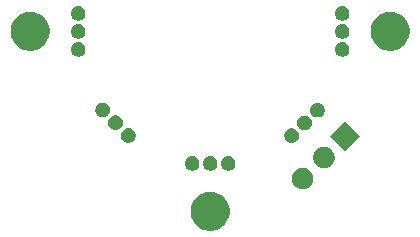
<source format=gbr>
G04 #@! TF.GenerationSoftware,KiCad,Pcbnew,(5.1.5)-3*
G04 #@! TF.CreationDate,2020-07-05T11:52:35-05:00*
G04 #@! TF.ProjectId,HallSensor,48616c6c-5365-46e7-936f-722e6b696361,rev?*
G04 #@! TF.SameCoordinates,Original*
G04 #@! TF.FileFunction,Soldermask,Bot*
G04 #@! TF.FilePolarity,Negative*
%FSLAX46Y46*%
G04 Gerber Fmt 4.6, Leading zero omitted, Abs format (unit mm)*
G04 Created by KiCad (PCBNEW (5.1.5)-3) date 2020-07-05 11:52:35*
%MOMM*%
%LPD*%
G04 APERTURE LIST*
%ADD10C,0.100000*%
G04 APERTURE END LIST*
D10*
G36*
X122295256Y-101261298D02*
G01*
X122401579Y-101282447D01*
X122702042Y-101406903D01*
X122972451Y-101587585D01*
X123202415Y-101817549D01*
X123383097Y-102087958D01*
X123507553Y-102388421D01*
X123571000Y-102707391D01*
X123571000Y-103032609D01*
X123507553Y-103351579D01*
X123383097Y-103652042D01*
X123202415Y-103922451D01*
X122972451Y-104152415D01*
X122702042Y-104333097D01*
X122401579Y-104457553D01*
X122295256Y-104478702D01*
X122082611Y-104521000D01*
X121757389Y-104521000D01*
X121544744Y-104478702D01*
X121438421Y-104457553D01*
X121137958Y-104333097D01*
X120867549Y-104152415D01*
X120637585Y-103922451D01*
X120456903Y-103652042D01*
X120332447Y-103351579D01*
X120269000Y-103032609D01*
X120269000Y-102707391D01*
X120332447Y-102388421D01*
X120456903Y-102087958D01*
X120637585Y-101817549D01*
X120867549Y-101587585D01*
X121137958Y-101406903D01*
X121438421Y-101282447D01*
X121544744Y-101261298D01*
X121757389Y-101219000D01*
X122082611Y-101219000D01*
X122295256Y-101261298D01*
G37*
G36*
X129871410Y-99216029D02*
G01*
X130020710Y-99245726D01*
X130184682Y-99313646D01*
X130332252Y-99412249D01*
X130457751Y-99537748D01*
X130556354Y-99685318D01*
X130624274Y-99849290D01*
X130658898Y-100023361D01*
X130658898Y-100200843D01*
X130624274Y-100374914D01*
X130556354Y-100538886D01*
X130457751Y-100686456D01*
X130332252Y-100811955D01*
X130184682Y-100910558D01*
X130020710Y-100978478D01*
X129871410Y-101008175D01*
X129846640Y-101013102D01*
X129669156Y-101013102D01*
X129644386Y-101008175D01*
X129495086Y-100978478D01*
X129331114Y-100910558D01*
X129183544Y-100811955D01*
X129058045Y-100686456D01*
X128959442Y-100538886D01*
X128891522Y-100374914D01*
X128856898Y-100200843D01*
X128856898Y-100023361D01*
X128891522Y-99849290D01*
X128959442Y-99685318D01*
X129058045Y-99537748D01*
X129183544Y-99412249D01*
X129331114Y-99313646D01*
X129495086Y-99245726D01*
X129644386Y-99216029D01*
X129669156Y-99211102D01*
X129846640Y-99211102D01*
X129871410Y-99216029D01*
G37*
G36*
X123565444Y-98195461D02*
G01*
X123625577Y-98207422D01*
X123663339Y-98223064D01*
X123738866Y-98254348D01*
X123840818Y-98322470D01*
X123927530Y-98409182D01*
X123995652Y-98511134D01*
X124042578Y-98624424D01*
X124066500Y-98744688D01*
X124066500Y-98867312D01*
X124042578Y-98987576D01*
X123995652Y-99100866D01*
X123927530Y-99202818D01*
X123840818Y-99289530D01*
X123738866Y-99357652D01*
X123663339Y-99388936D01*
X123625577Y-99404578D01*
X123565444Y-99416539D01*
X123505312Y-99428500D01*
X123382688Y-99428500D01*
X123322556Y-99416539D01*
X123262423Y-99404578D01*
X123224661Y-99388936D01*
X123149134Y-99357652D01*
X123047182Y-99289530D01*
X122960470Y-99202818D01*
X122892348Y-99100866D01*
X122845422Y-98987576D01*
X122821500Y-98867312D01*
X122821500Y-98744688D01*
X122845422Y-98624424D01*
X122892348Y-98511134D01*
X122960470Y-98409182D01*
X123047182Y-98322470D01*
X123149134Y-98254348D01*
X123224661Y-98223064D01*
X123262423Y-98207422D01*
X123322556Y-98195461D01*
X123382688Y-98183500D01*
X123505312Y-98183500D01*
X123565444Y-98195461D01*
G37*
G36*
X120517444Y-98195461D02*
G01*
X120577577Y-98207422D01*
X120615339Y-98223064D01*
X120690866Y-98254348D01*
X120792818Y-98322470D01*
X120879530Y-98409182D01*
X120947652Y-98511134D01*
X120994578Y-98624424D01*
X121018500Y-98744688D01*
X121018500Y-98867312D01*
X120994578Y-98987576D01*
X120947652Y-99100866D01*
X120879530Y-99202818D01*
X120792818Y-99289530D01*
X120690866Y-99357652D01*
X120615339Y-99388936D01*
X120577577Y-99404578D01*
X120517444Y-99416539D01*
X120457312Y-99428500D01*
X120334688Y-99428500D01*
X120274556Y-99416539D01*
X120214423Y-99404578D01*
X120176661Y-99388936D01*
X120101134Y-99357652D01*
X119999182Y-99289530D01*
X119912470Y-99202818D01*
X119844348Y-99100866D01*
X119797422Y-98987576D01*
X119773500Y-98867312D01*
X119773500Y-98744688D01*
X119797422Y-98624424D01*
X119844348Y-98511134D01*
X119912470Y-98409182D01*
X119999182Y-98322470D01*
X120101134Y-98254348D01*
X120176661Y-98223064D01*
X120214423Y-98207422D01*
X120274556Y-98195461D01*
X120334688Y-98183500D01*
X120457312Y-98183500D01*
X120517444Y-98195461D01*
G37*
G36*
X122041444Y-98195461D02*
G01*
X122101577Y-98207422D01*
X122139339Y-98223064D01*
X122214866Y-98254348D01*
X122316818Y-98322470D01*
X122403530Y-98409182D01*
X122471652Y-98511134D01*
X122518578Y-98624424D01*
X122542500Y-98744688D01*
X122542500Y-98867312D01*
X122518578Y-98987576D01*
X122471652Y-99100866D01*
X122403530Y-99202818D01*
X122316818Y-99289530D01*
X122214866Y-99357652D01*
X122139339Y-99388936D01*
X122101577Y-99404578D01*
X122041444Y-99416539D01*
X121981312Y-99428500D01*
X121858688Y-99428500D01*
X121798556Y-99416539D01*
X121738423Y-99404578D01*
X121700661Y-99388936D01*
X121625134Y-99357652D01*
X121523182Y-99289530D01*
X121436470Y-99202818D01*
X121368348Y-99100866D01*
X121321422Y-98987576D01*
X121297500Y-98867312D01*
X121297500Y-98744688D01*
X121321422Y-98624424D01*
X121368348Y-98511134D01*
X121436470Y-98409182D01*
X121523182Y-98322470D01*
X121625134Y-98254348D01*
X121700661Y-98223064D01*
X121738423Y-98207422D01*
X121798556Y-98195461D01*
X121858688Y-98183500D01*
X121981312Y-98183500D01*
X122041444Y-98195461D01*
G37*
G36*
X131667461Y-97419978D02*
G01*
X131816761Y-97449675D01*
X131980733Y-97517595D01*
X132128303Y-97616198D01*
X132253802Y-97741697D01*
X132352405Y-97889267D01*
X132420325Y-98053239D01*
X132446235Y-98183500D01*
X132454949Y-98227309D01*
X132454949Y-98404793D01*
X132454076Y-98409182D01*
X132420325Y-98578863D01*
X132352405Y-98742835D01*
X132253802Y-98890405D01*
X132128303Y-99015904D01*
X131980733Y-99114507D01*
X131816761Y-99182427D01*
X131672598Y-99211102D01*
X131642691Y-99217051D01*
X131465207Y-99217051D01*
X131435300Y-99211102D01*
X131291137Y-99182427D01*
X131127165Y-99114507D01*
X130979595Y-99015904D01*
X130854096Y-98890405D01*
X130755493Y-98742835D01*
X130687573Y-98578863D01*
X130653822Y-98409182D01*
X130652949Y-98404793D01*
X130652949Y-98227309D01*
X130661663Y-98183500D01*
X130687573Y-98053239D01*
X130755493Y-97889267D01*
X130854096Y-97741697D01*
X130979595Y-97616198D01*
X131127165Y-97517595D01*
X131291137Y-97449675D01*
X131440437Y-97419978D01*
X131465207Y-97415051D01*
X131642691Y-97415051D01*
X131667461Y-97419978D01*
G37*
G36*
X134624206Y-96520000D02*
G01*
X133350000Y-97794206D01*
X132075794Y-96520000D01*
X133350000Y-95245794D01*
X134624206Y-96520000D01*
G37*
G36*
X128947664Y-95851501D02*
G01*
X129015921Y-95865078D01*
X129053683Y-95880720D01*
X129129210Y-95912004D01*
X129231162Y-95980126D01*
X129317874Y-96066838D01*
X129385996Y-96168790D01*
X129432922Y-96282080D01*
X129453254Y-96384294D01*
X129456844Y-96402345D01*
X129456844Y-96524967D01*
X129436513Y-96627182D01*
X129432922Y-96645232D01*
X129385996Y-96758522D01*
X129317874Y-96860474D01*
X129231162Y-96947186D01*
X129129210Y-97015308D01*
X129059499Y-97044183D01*
X129015921Y-97062234D01*
X128955788Y-97074195D01*
X128895656Y-97086156D01*
X128773032Y-97086156D01*
X128712900Y-97074195D01*
X128652767Y-97062234D01*
X128609189Y-97044183D01*
X128539478Y-97015308D01*
X128437526Y-96947186D01*
X128350814Y-96860474D01*
X128282692Y-96758522D01*
X128235766Y-96645232D01*
X128232176Y-96627182D01*
X128211844Y-96524967D01*
X128211844Y-96402345D01*
X128215435Y-96384294D01*
X128235766Y-96282080D01*
X128282692Y-96168790D01*
X128350814Y-96066838D01*
X128437526Y-95980126D01*
X128539478Y-95912004D01*
X128615005Y-95880720D01*
X128652767Y-95865078D01*
X128721024Y-95851501D01*
X128773032Y-95841156D01*
X128895656Y-95841156D01*
X128947664Y-95851501D01*
G37*
G36*
X115109049Y-95835066D02*
G01*
X115169182Y-95847027D01*
X115206944Y-95862669D01*
X115282471Y-95893953D01*
X115384423Y-95962075D01*
X115471135Y-96048787D01*
X115539257Y-96150739D01*
X115570541Y-96226266D01*
X115586183Y-96264028D01*
X115589774Y-96282080D01*
X115610105Y-96384293D01*
X115610105Y-96506917D01*
X115586183Y-96627181D01*
X115539257Y-96740471D01*
X115471135Y-96842423D01*
X115384423Y-96929135D01*
X115282471Y-96997257D01*
X115206944Y-97028541D01*
X115169182Y-97044183D01*
X115109049Y-97056144D01*
X115048917Y-97068105D01*
X114926293Y-97068105D01*
X114866161Y-97056144D01*
X114806028Y-97044183D01*
X114768266Y-97028541D01*
X114692739Y-96997257D01*
X114590787Y-96929135D01*
X114504075Y-96842423D01*
X114435953Y-96740471D01*
X114389027Y-96627181D01*
X114365105Y-96506917D01*
X114365105Y-96384293D01*
X114385436Y-96282080D01*
X114389027Y-96264028D01*
X114404669Y-96226266D01*
X114435953Y-96150739D01*
X114504075Y-96048787D01*
X114590787Y-95962075D01*
X114692739Y-95893953D01*
X114768266Y-95862669D01*
X114806028Y-95847027D01*
X114866161Y-95835066D01*
X114926293Y-95823105D01*
X115048917Y-95823105D01*
X115109049Y-95835066D01*
G37*
G36*
X130002796Y-94769396D02*
G01*
X130093551Y-94787448D01*
X130131313Y-94803090D01*
X130206840Y-94834374D01*
X130308792Y-94902496D01*
X130395504Y-94989208D01*
X130463626Y-95091160D01*
X130510552Y-95204450D01*
X130534474Y-95324714D01*
X130534474Y-95447338D01*
X130510552Y-95567602D01*
X130463626Y-95680892D01*
X130395504Y-95782844D01*
X130308792Y-95869556D01*
X130206840Y-95937678D01*
X130131313Y-95968962D01*
X130093551Y-95984604D01*
X130064040Y-95990474D01*
X129973286Y-96008526D01*
X129850662Y-96008526D01*
X129759908Y-95990474D01*
X129730397Y-95984604D01*
X129692635Y-95968962D01*
X129617108Y-95937678D01*
X129515156Y-95869556D01*
X129428444Y-95782844D01*
X129360322Y-95680892D01*
X129313396Y-95567602D01*
X129289474Y-95447338D01*
X129289474Y-95324714D01*
X129313396Y-95204450D01*
X129360322Y-95091160D01*
X129428444Y-94989208D01*
X129515156Y-94902496D01*
X129617108Y-94834374D01*
X129692635Y-94803090D01*
X129730397Y-94787448D01*
X129821152Y-94769396D01*
X129850662Y-94763526D01*
X129973286Y-94763526D01*
X130002796Y-94769396D01*
G37*
G36*
X114031418Y-94757435D02*
G01*
X114091551Y-94769396D01*
X114129313Y-94785038D01*
X114204840Y-94816322D01*
X114306792Y-94884444D01*
X114393504Y-94971156D01*
X114461626Y-95073108D01*
X114508552Y-95186398D01*
X114532474Y-95306662D01*
X114532474Y-95429286D01*
X114508552Y-95549550D01*
X114461626Y-95662840D01*
X114393504Y-95764792D01*
X114306792Y-95851504D01*
X114204840Y-95919626D01*
X114161258Y-95937678D01*
X114091551Y-95966552D01*
X114031418Y-95978513D01*
X113971286Y-95990474D01*
X113848662Y-95990474D01*
X113788530Y-95978513D01*
X113728397Y-95966552D01*
X113658690Y-95937678D01*
X113615108Y-95919626D01*
X113513156Y-95851504D01*
X113426444Y-95764792D01*
X113358322Y-95662840D01*
X113311396Y-95549550D01*
X113287474Y-95429286D01*
X113287474Y-95306662D01*
X113311396Y-95186398D01*
X113358322Y-95073108D01*
X113426444Y-94971156D01*
X113513156Y-94884444D01*
X113615108Y-94816322D01*
X113690635Y-94785038D01*
X113728397Y-94769396D01*
X113788530Y-94757435D01*
X113848662Y-94745474D01*
X113971286Y-94745474D01*
X114031418Y-94757435D01*
G37*
G36*
X131111049Y-93697856D02*
G01*
X131171182Y-93709817D01*
X131208944Y-93725459D01*
X131284471Y-93756743D01*
X131386423Y-93824865D01*
X131473135Y-93911577D01*
X131541257Y-94013529D01*
X131588183Y-94126819D01*
X131608515Y-94229033D01*
X131612105Y-94247084D01*
X131612105Y-94369706D01*
X131591774Y-94471921D01*
X131588183Y-94489971D01*
X131541257Y-94603261D01*
X131473135Y-94705213D01*
X131386423Y-94791925D01*
X131284471Y-94860047D01*
X131214760Y-94888922D01*
X131171182Y-94906973D01*
X131111049Y-94918934D01*
X131050917Y-94930895D01*
X130928293Y-94930895D01*
X130868161Y-94918934D01*
X130808028Y-94906973D01*
X130764450Y-94888922D01*
X130694739Y-94860047D01*
X130592787Y-94791925D01*
X130506075Y-94705213D01*
X130437953Y-94603261D01*
X130391027Y-94489971D01*
X130387437Y-94471921D01*
X130367105Y-94369706D01*
X130367105Y-94247084D01*
X130370696Y-94229033D01*
X130391027Y-94126819D01*
X130437953Y-94013529D01*
X130506075Y-93911577D01*
X130592787Y-93824865D01*
X130694739Y-93756743D01*
X130770266Y-93725459D01*
X130808028Y-93709817D01*
X130868161Y-93697856D01*
X130928293Y-93685895D01*
X131050917Y-93685895D01*
X131111049Y-93697856D01*
G37*
G36*
X112953788Y-93679805D02*
G01*
X113013921Y-93691766D01*
X113051683Y-93707408D01*
X113127210Y-93738692D01*
X113229162Y-93806814D01*
X113315874Y-93893526D01*
X113383996Y-93995478D01*
X113415280Y-94071005D01*
X113430922Y-94108767D01*
X113434513Y-94126819D01*
X113454844Y-94229032D01*
X113454844Y-94351656D01*
X113430922Y-94471920D01*
X113383996Y-94585210D01*
X113315874Y-94687162D01*
X113229162Y-94773874D01*
X113127210Y-94841996D01*
X113051683Y-94873280D01*
X113013921Y-94888922D01*
X112953788Y-94900883D01*
X112893656Y-94912844D01*
X112771032Y-94912844D01*
X112710900Y-94900883D01*
X112650767Y-94888922D01*
X112613005Y-94873280D01*
X112537478Y-94841996D01*
X112435526Y-94773874D01*
X112348814Y-94687162D01*
X112280692Y-94585210D01*
X112233766Y-94471920D01*
X112209844Y-94351656D01*
X112209844Y-94229032D01*
X112230175Y-94126819D01*
X112233766Y-94108767D01*
X112249408Y-94071005D01*
X112280692Y-93995478D01*
X112348814Y-93893526D01*
X112435526Y-93806814D01*
X112537478Y-93738692D01*
X112613005Y-93707408D01*
X112650767Y-93691766D01*
X112710900Y-93679805D01*
X112771032Y-93667844D01*
X112893656Y-93667844D01*
X112953788Y-93679805D01*
G37*
G36*
X133217444Y-88543461D02*
G01*
X133277577Y-88555422D01*
X133315339Y-88571064D01*
X133390866Y-88602348D01*
X133492818Y-88670470D01*
X133579530Y-88757182D01*
X133647652Y-88859134D01*
X133694578Y-88972424D01*
X133718500Y-89092688D01*
X133718500Y-89215312D01*
X133694578Y-89335576D01*
X133647652Y-89448866D01*
X133579530Y-89550818D01*
X133492818Y-89637530D01*
X133390866Y-89705652D01*
X133315339Y-89736936D01*
X133277577Y-89752578D01*
X133217444Y-89764539D01*
X133157312Y-89776500D01*
X133034688Y-89776500D01*
X132974556Y-89764539D01*
X132914423Y-89752578D01*
X132876661Y-89736936D01*
X132801134Y-89705652D01*
X132699182Y-89637530D01*
X132612470Y-89550818D01*
X132544348Y-89448866D01*
X132497422Y-89335576D01*
X132473500Y-89215312D01*
X132473500Y-89092688D01*
X132497422Y-88972424D01*
X132544348Y-88859134D01*
X132612470Y-88757182D01*
X132699182Y-88670470D01*
X132801134Y-88602348D01*
X132876661Y-88571064D01*
X132914423Y-88555422D01*
X132974556Y-88543461D01*
X133034688Y-88531500D01*
X133157312Y-88531500D01*
X133217444Y-88543461D01*
G37*
G36*
X110865444Y-88543461D02*
G01*
X110925577Y-88555422D01*
X110963339Y-88571064D01*
X111038866Y-88602348D01*
X111140818Y-88670470D01*
X111227530Y-88757182D01*
X111295652Y-88859134D01*
X111342578Y-88972424D01*
X111366500Y-89092688D01*
X111366500Y-89215312D01*
X111342578Y-89335576D01*
X111295652Y-89448866D01*
X111227530Y-89550818D01*
X111140818Y-89637530D01*
X111038866Y-89705652D01*
X110963339Y-89736936D01*
X110925577Y-89752578D01*
X110865444Y-89764539D01*
X110805312Y-89776500D01*
X110682688Y-89776500D01*
X110622556Y-89764539D01*
X110562423Y-89752578D01*
X110524661Y-89736936D01*
X110449134Y-89705652D01*
X110347182Y-89637530D01*
X110260470Y-89550818D01*
X110192348Y-89448866D01*
X110145422Y-89335576D01*
X110121500Y-89215312D01*
X110121500Y-89092688D01*
X110145422Y-88972424D01*
X110192348Y-88859134D01*
X110260470Y-88757182D01*
X110347182Y-88670470D01*
X110449134Y-88602348D01*
X110524661Y-88571064D01*
X110562423Y-88555422D01*
X110622556Y-88543461D01*
X110682688Y-88531500D01*
X110805312Y-88531500D01*
X110865444Y-88543461D01*
G37*
G36*
X107055256Y-86021298D02*
G01*
X107161579Y-86042447D01*
X107462042Y-86166903D01*
X107732451Y-86347585D01*
X107962415Y-86577549D01*
X108143097Y-86847958D01*
X108266745Y-87146470D01*
X108267553Y-87148422D01*
X108331000Y-87467389D01*
X108331000Y-87792611D01*
X108288702Y-88005256D01*
X108267553Y-88111579D01*
X108143097Y-88412042D01*
X107962415Y-88682451D01*
X107732451Y-88912415D01*
X107462042Y-89093097D01*
X107161579Y-89217553D01*
X107055256Y-89238702D01*
X106842611Y-89281000D01*
X106517389Y-89281000D01*
X106304744Y-89238702D01*
X106198421Y-89217553D01*
X105897958Y-89093097D01*
X105627549Y-88912415D01*
X105397585Y-88682451D01*
X105216903Y-88412042D01*
X105092447Y-88111579D01*
X105071298Y-88005256D01*
X105029000Y-87792611D01*
X105029000Y-87467389D01*
X105092447Y-87148422D01*
X105093256Y-87146470D01*
X105216903Y-86847958D01*
X105397585Y-86577549D01*
X105627549Y-86347585D01*
X105897958Y-86166903D01*
X106198421Y-86042447D01*
X106304744Y-86021298D01*
X106517389Y-85979000D01*
X106842611Y-85979000D01*
X107055256Y-86021298D01*
G37*
G36*
X137535256Y-86021298D02*
G01*
X137641579Y-86042447D01*
X137942042Y-86166903D01*
X138212451Y-86347585D01*
X138442415Y-86577549D01*
X138623097Y-86847958D01*
X138746745Y-87146470D01*
X138747553Y-87148422D01*
X138811000Y-87467389D01*
X138811000Y-87792611D01*
X138768702Y-88005256D01*
X138747553Y-88111579D01*
X138623097Y-88412042D01*
X138442415Y-88682451D01*
X138212451Y-88912415D01*
X137942042Y-89093097D01*
X137641579Y-89217553D01*
X137535256Y-89238702D01*
X137322611Y-89281000D01*
X136997389Y-89281000D01*
X136784744Y-89238702D01*
X136678421Y-89217553D01*
X136377958Y-89093097D01*
X136107549Y-88912415D01*
X135877585Y-88682451D01*
X135696903Y-88412042D01*
X135572447Y-88111579D01*
X135551298Y-88005256D01*
X135509000Y-87792611D01*
X135509000Y-87467389D01*
X135572447Y-87148422D01*
X135573256Y-87146470D01*
X135696903Y-86847958D01*
X135877585Y-86577549D01*
X136107549Y-86347585D01*
X136377958Y-86166903D01*
X136678421Y-86042447D01*
X136784744Y-86021298D01*
X136997389Y-85979000D01*
X137322611Y-85979000D01*
X137535256Y-86021298D01*
G37*
G36*
X110865444Y-87019461D02*
G01*
X110925577Y-87031422D01*
X110963339Y-87047064D01*
X111038866Y-87078348D01*
X111140818Y-87146470D01*
X111227530Y-87233182D01*
X111295652Y-87335134D01*
X111326936Y-87410661D01*
X111342578Y-87448423D01*
X111366500Y-87568689D01*
X111366500Y-87691311D01*
X111346351Y-87792611D01*
X111342578Y-87811576D01*
X111295652Y-87924866D01*
X111227530Y-88026818D01*
X111140818Y-88113530D01*
X111038866Y-88181652D01*
X110963339Y-88212936D01*
X110925577Y-88228578D01*
X110865444Y-88240539D01*
X110805312Y-88252500D01*
X110682688Y-88252500D01*
X110622556Y-88240539D01*
X110562423Y-88228578D01*
X110524661Y-88212936D01*
X110449134Y-88181652D01*
X110347182Y-88113530D01*
X110260470Y-88026818D01*
X110192348Y-87924866D01*
X110145422Y-87811576D01*
X110141650Y-87792611D01*
X110121500Y-87691311D01*
X110121500Y-87568689D01*
X110145422Y-87448423D01*
X110161064Y-87410661D01*
X110192348Y-87335134D01*
X110260470Y-87233182D01*
X110347182Y-87146470D01*
X110449134Y-87078348D01*
X110524661Y-87047064D01*
X110562423Y-87031422D01*
X110622556Y-87019461D01*
X110682688Y-87007500D01*
X110805312Y-87007500D01*
X110865444Y-87019461D01*
G37*
G36*
X133217444Y-87019461D02*
G01*
X133277577Y-87031422D01*
X133315339Y-87047064D01*
X133390866Y-87078348D01*
X133492818Y-87146470D01*
X133579530Y-87233182D01*
X133647652Y-87335134D01*
X133678936Y-87410661D01*
X133694578Y-87448423D01*
X133718500Y-87568689D01*
X133718500Y-87691311D01*
X133698351Y-87792611D01*
X133694578Y-87811576D01*
X133647652Y-87924866D01*
X133579530Y-88026818D01*
X133492818Y-88113530D01*
X133390866Y-88181652D01*
X133315339Y-88212936D01*
X133277577Y-88228578D01*
X133217444Y-88240539D01*
X133157312Y-88252500D01*
X133034688Y-88252500D01*
X132974556Y-88240539D01*
X132914423Y-88228578D01*
X132876661Y-88212936D01*
X132801134Y-88181652D01*
X132699182Y-88113530D01*
X132612470Y-88026818D01*
X132544348Y-87924866D01*
X132497422Y-87811576D01*
X132493650Y-87792611D01*
X132473500Y-87691311D01*
X132473500Y-87568689D01*
X132497422Y-87448423D01*
X132513064Y-87410661D01*
X132544348Y-87335134D01*
X132612470Y-87233182D01*
X132699182Y-87146470D01*
X132801134Y-87078348D01*
X132876661Y-87047064D01*
X132914423Y-87031422D01*
X132974556Y-87019461D01*
X133034688Y-87007500D01*
X133157312Y-87007500D01*
X133217444Y-87019461D01*
G37*
G36*
X110865444Y-85495461D02*
G01*
X110925577Y-85507422D01*
X110963339Y-85523064D01*
X111038866Y-85554348D01*
X111140818Y-85622470D01*
X111227530Y-85709182D01*
X111295652Y-85811134D01*
X111342578Y-85924424D01*
X111366500Y-86044688D01*
X111366500Y-86167312D01*
X111342578Y-86287576D01*
X111295652Y-86400866D01*
X111227530Y-86502818D01*
X111140818Y-86589530D01*
X111038866Y-86657652D01*
X110963339Y-86688936D01*
X110925577Y-86704578D01*
X110865444Y-86716539D01*
X110805312Y-86728500D01*
X110682688Y-86728500D01*
X110622556Y-86716539D01*
X110562423Y-86704578D01*
X110524661Y-86688936D01*
X110449134Y-86657652D01*
X110347182Y-86589530D01*
X110260470Y-86502818D01*
X110192348Y-86400866D01*
X110145422Y-86287576D01*
X110121500Y-86167312D01*
X110121500Y-86044688D01*
X110145422Y-85924424D01*
X110192348Y-85811134D01*
X110260470Y-85709182D01*
X110347182Y-85622470D01*
X110449134Y-85554348D01*
X110524661Y-85523064D01*
X110562423Y-85507422D01*
X110622556Y-85495461D01*
X110682688Y-85483500D01*
X110805312Y-85483500D01*
X110865444Y-85495461D01*
G37*
G36*
X133217444Y-85495461D02*
G01*
X133277577Y-85507422D01*
X133315339Y-85523064D01*
X133390866Y-85554348D01*
X133492818Y-85622470D01*
X133579530Y-85709182D01*
X133647652Y-85811134D01*
X133694578Y-85924424D01*
X133718500Y-86044688D01*
X133718500Y-86167312D01*
X133694578Y-86287576D01*
X133647652Y-86400866D01*
X133579530Y-86502818D01*
X133492818Y-86589530D01*
X133390866Y-86657652D01*
X133315339Y-86688936D01*
X133277577Y-86704578D01*
X133217444Y-86716539D01*
X133157312Y-86728500D01*
X133034688Y-86728500D01*
X132974556Y-86716539D01*
X132914423Y-86704578D01*
X132876661Y-86688936D01*
X132801134Y-86657652D01*
X132699182Y-86589530D01*
X132612470Y-86502818D01*
X132544348Y-86400866D01*
X132497422Y-86287576D01*
X132473500Y-86167312D01*
X132473500Y-86044688D01*
X132497422Y-85924424D01*
X132544348Y-85811134D01*
X132612470Y-85709182D01*
X132699182Y-85622470D01*
X132801134Y-85554348D01*
X132876661Y-85523064D01*
X132914423Y-85507422D01*
X132974556Y-85495461D01*
X133034688Y-85483500D01*
X133157312Y-85483500D01*
X133217444Y-85495461D01*
G37*
M02*

</source>
